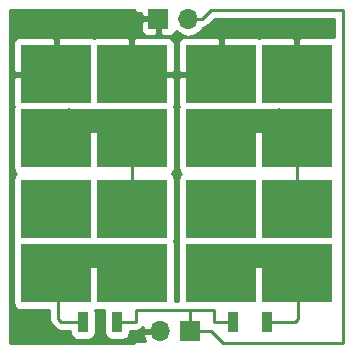
<source format=gbr>
G04 #@! TF.FileFunction,Copper,L1,Top,Signal*
%FSLAX46Y46*%
G04 Gerber Fmt 4.6, Leading zero omitted, Abs format (unit mm)*
G04 Created by KiCad (PCBNEW 4.0.5) date 04/17/17 16:51:10*
%MOMM*%
%LPD*%
G01*
G04 APERTURE LIST*
%ADD10C,0.100000*%
%ADD11R,1.700000X1.700000*%
%ADD12O,1.700000X1.700000*%
%ADD13R,0.900000X1.700000*%
%ADD14C,0.254000*%
%ADD15R,6.000000X5.000000*%
%ADD16R,0.900000X1.910000*%
%ADD17R,0.900000X1.730000*%
%ADD18R,1.440000X2.110000*%
%ADD19C,0.250000*%
%ADD20C,0.254000*%
G04 APERTURE END LIST*
D10*
D11*
X150233380Y-71079360D03*
D12*
X152773380Y-71079360D03*
D11*
X152908000Y-97536000D03*
D12*
X150368000Y-97536000D03*
D13*
X156538000Y-96774000D03*
X159438000Y-96774000D03*
X146738000Y-96774000D03*
X143838000Y-96774000D03*
D14*
X158115000Y-87630000D03*
X157480000Y-87630000D03*
X157480000Y-88265000D03*
X157480000Y-88900000D03*
X159385000Y-87630000D03*
X160020000Y-87630000D03*
X160020000Y-88265000D03*
X160020000Y-88900000D03*
X158115000Y-88265000D03*
X158115000Y-88900000D03*
X159385000Y-88265000D03*
X159385000Y-88900000D03*
D15*
X155550000Y-87211000D03*
X161950000Y-87211000D03*
D14*
X157734000Y-91567000D03*
X157734000Y-90932000D03*
X157734000Y-90297000D03*
X158115000Y-94615000D03*
X157353000Y-94615000D03*
X157353000Y-93980000D03*
X157353000Y-93345000D03*
X157353000Y-92710000D03*
X159385000Y-94615000D03*
X160147000Y-94615000D03*
X160147000Y-93980000D03*
X160147000Y-93345000D03*
X160147000Y-92710000D03*
X159766000Y-91567000D03*
X159766000Y-90932000D03*
X159766000Y-90297000D03*
X158115000Y-93980000D03*
X158115000Y-93345000D03*
X158115000Y-92710000D03*
X159385000Y-93980000D03*
X159385000Y-93345000D03*
X159385000Y-92710000D03*
X159131000Y-92202000D03*
X158369000Y-92202000D03*
X158369000Y-91567000D03*
X159131000Y-91567000D03*
X159131000Y-90932000D03*
D16*
X159400000Y-93196000D03*
D17*
X158100000Y-88846000D03*
D18*
X158750000Y-91186000D03*
D16*
X158100000Y-93196000D03*
D14*
X159131000Y-90297000D03*
X158369000Y-90297000D03*
X158369000Y-90932000D03*
D17*
X159400000Y-88846000D03*
D15*
X161950000Y-92631000D03*
X155550000Y-92631000D03*
D14*
X144145000Y-76200000D03*
X143510000Y-76200000D03*
X143510000Y-76835000D03*
X143510000Y-77470000D03*
X145415000Y-76200000D03*
X146050000Y-76200000D03*
X146050000Y-76835000D03*
X146050000Y-77470000D03*
X144145000Y-76835000D03*
X144145000Y-77470000D03*
X145415000Y-76835000D03*
X145415000Y-77470000D03*
D15*
X141580000Y-75781000D03*
X147980000Y-75781000D03*
D14*
X143764000Y-80137000D03*
X143764000Y-79502000D03*
X143764000Y-78867000D03*
X144145000Y-83185000D03*
X143383000Y-83185000D03*
X143383000Y-82550000D03*
X143383000Y-81915000D03*
X143383000Y-81280000D03*
X145415000Y-83185000D03*
X146177000Y-83185000D03*
X146177000Y-82550000D03*
X146177000Y-81915000D03*
X146177000Y-81280000D03*
X145796000Y-80137000D03*
X145796000Y-79502000D03*
X145796000Y-78867000D03*
X144145000Y-82550000D03*
X144145000Y-81915000D03*
X144145000Y-81280000D03*
X145415000Y-82550000D03*
X145415000Y-81915000D03*
X145415000Y-81280000D03*
X145161000Y-80772000D03*
X144399000Y-80772000D03*
X144399000Y-80137000D03*
X145161000Y-80137000D03*
X145161000Y-79502000D03*
D16*
X145430000Y-81766000D03*
D17*
X144130000Y-77416000D03*
D18*
X144780000Y-79756000D03*
D16*
X144130000Y-81766000D03*
D14*
X145161000Y-78867000D03*
X144399000Y-78867000D03*
X144399000Y-79502000D03*
D17*
X145430000Y-77416000D03*
D15*
X147980000Y-81201000D03*
X141580000Y-81201000D03*
D14*
X144145000Y-87630000D03*
X143510000Y-87630000D03*
X143510000Y-88265000D03*
X143510000Y-88900000D03*
X145415000Y-87630000D03*
X146050000Y-87630000D03*
X146050000Y-88265000D03*
X146050000Y-88900000D03*
X144145000Y-88265000D03*
X144145000Y-88900000D03*
X145415000Y-88265000D03*
X145415000Y-88900000D03*
D15*
X141580000Y-87211000D03*
X147980000Y-87211000D03*
D14*
X143764000Y-91567000D03*
X143764000Y-90932000D03*
X143764000Y-90297000D03*
X144145000Y-94615000D03*
X143383000Y-94615000D03*
X143383000Y-93980000D03*
X143383000Y-93345000D03*
X143383000Y-92710000D03*
X145415000Y-94615000D03*
X146177000Y-94615000D03*
X146177000Y-93980000D03*
X146177000Y-93345000D03*
X146177000Y-92710000D03*
X145796000Y-91567000D03*
X145796000Y-90932000D03*
X145796000Y-90297000D03*
X144145000Y-93980000D03*
X144145000Y-93345000D03*
X144145000Y-92710000D03*
X145415000Y-93980000D03*
X145415000Y-93345000D03*
X145415000Y-92710000D03*
X145161000Y-92202000D03*
X144399000Y-92202000D03*
X144399000Y-91567000D03*
X145161000Y-91567000D03*
X145161000Y-90932000D03*
D16*
X145430000Y-93196000D03*
D17*
X144130000Y-88846000D03*
D18*
X144780000Y-91186000D03*
D16*
X144130000Y-93196000D03*
D14*
X145161000Y-90297000D03*
X144399000Y-90297000D03*
X144399000Y-90932000D03*
D17*
X145430000Y-88846000D03*
D15*
X147980000Y-92631000D03*
X141580000Y-92631000D03*
D14*
X158115000Y-76200000D03*
X157480000Y-76200000D03*
X157480000Y-76835000D03*
X157480000Y-77470000D03*
X159385000Y-76200000D03*
X160020000Y-76200000D03*
X160020000Y-76835000D03*
X160020000Y-77470000D03*
X158115000Y-76835000D03*
X158115000Y-77470000D03*
X159385000Y-76835000D03*
X159385000Y-77470000D03*
D15*
X155550000Y-75781000D03*
X161950000Y-75781000D03*
D14*
X157734000Y-80137000D03*
X157734000Y-79502000D03*
X157734000Y-78867000D03*
X158115000Y-83185000D03*
X157353000Y-83185000D03*
X157353000Y-82550000D03*
X157353000Y-81915000D03*
X157353000Y-81280000D03*
X159385000Y-83185000D03*
X160147000Y-83185000D03*
X160147000Y-82550000D03*
X160147000Y-81915000D03*
X160147000Y-81280000D03*
X159766000Y-80137000D03*
X159766000Y-79502000D03*
X159766000Y-78867000D03*
X158115000Y-82550000D03*
X158115000Y-81915000D03*
X158115000Y-81280000D03*
X159385000Y-82550000D03*
X159385000Y-81915000D03*
X159385000Y-81280000D03*
X159131000Y-80772000D03*
X158369000Y-80772000D03*
X158369000Y-80137000D03*
X159131000Y-80137000D03*
X159131000Y-79502000D03*
D16*
X159400000Y-81766000D03*
D17*
X158100000Y-77416000D03*
D18*
X158750000Y-79756000D03*
D16*
X158100000Y-81766000D03*
D14*
X159131000Y-78867000D03*
X158369000Y-78867000D03*
X158369000Y-79502000D03*
D17*
X159400000Y-77416000D03*
D15*
X161950000Y-81201000D03*
X155550000Y-81201000D03*
D19*
X155550000Y-75867000D02*
X155550000Y-72746000D01*
X155448000Y-72644000D02*
X150098760Y-72644000D01*
X155550000Y-72746000D02*
X155448000Y-72644000D01*
X150233380Y-71079360D02*
X150233380Y-72509380D01*
X147980000Y-72746000D02*
X147980000Y-75740000D01*
X148082000Y-72644000D02*
X147980000Y-72746000D01*
X150098760Y-72644000D02*
X148082000Y-72644000D01*
X150233380Y-72509380D02*
X150098760Y-72644000D01*
X150233380Y-71079360D02*
X148884640Y-71079360D01*
X149098000Y-97536000D02*
X150368000Y-97536000D01*
X148082000Y-98552000D02*
X149098000Y-97536000D01*
X137668000Y-98552000D02*
X148082000Y-98552000D01*
X137668000Y-70358000D02*
X137668000Y-98552000D01*
X148163280Y-70358000D02*
X137668000Y-70358000D01*
X148884640Y-71079360D02*
X148163280Y-70358000D01*
X143838000Y-96774000D02*
X141986000Y-96774000D01*
X141732000Y-96520000D02*
X141732000Y-92783000D01*
X141986000Y-96774000D02*
X141732000Y-96520000D01*
X141732000Y-92783000D02*
X141580000Y-92631000D01*
X142060000Y-90935000D02*
X142580000Y-90415000D01*
X159438000Y-96774000D02*
X161798000Y-96774000D01*
X162052000Y-96520000D02*
X162052000Y-92733000D01*
X161798000Y-96774000D02*
X162052000Y-96520000D01*
X162052000Y-92733000D02*
X161950000Y-92631000D01*
X159946000Y-91419000D02*
X160950000Y-90415000D01*
X152908000Y-95758000D02*
X148336000Y-95758000D01*
X148336000Y-96774000D02*
X146738000Y-96774000D01*
X148336000Y-95758000D02*
X148336000Y-96774000D01*
X152908000Y-97536000D02*
X152908000Y-95758000D01*
X154940000Y-96774000D02*
X156538000Y-96774000D01*
X154940000Y-95758000D02*
X154940000Y-96774000D01*
X152908000Y-95758000D02*
X154940000Y-95758000D01*
X152908000Y-97536000D02*
X154686000Y-97536000D01*
X153924000Y-71120000D02*
X152814020Y-71120000D01*
X154686000Y-70358000D02*
X153924000Y-71120000D01*
X165862000Y-70358000D02*
X154686000Y-70358000D01*
X165862000Y-98552000D02*
X165862000Y-70358000D01*
X155702000Y-98552000D02*
X165862000Y-98552000D01*
X154686000Y-97536000D02*
X155702000Y-98552000D01*
X152814020Y-71120000D02*
X152773380Y-71079360D01*
X147980000Y-87170000D02*
X147980000Y-81201000D01*
X144130000Y-80281000D02*
X142580000Y-78731000D01*
X161950000Y-87170000D02*
X161950000Y-81201000D01*
X159400000Y-79773000D02*
X160442000Y-78731000D01*
D20*
G36*
X148748380Y-70793610D02*
X148907130Y-70952360D01*
X150106380Y-70952360D01*
X150106380Y-70932360D01*
X150360380Y-70932360D01*
X150360380Y-70952360D01*
X150380380Y-70952360D01*
X150380380Y-71206360D01*
X150360380Y-71206360D01*
X150360380Y-72405610D01*
X150519130Y-72564360D01*
X151209690Y-72564360D01*
X151443079Y-72467687D01*
X151621707Y-72289058D01*
X151693977Y-72114583D01*
X151723326Y-72158507D01*
X152205095Y-72480414D01*
X152773380Y-72593453D01*
X153341665Y-72480414D01*
X153823434Y-72158507D01*
X154022636Y-71860380D01*
X154214839Y-71822148D01*
X154461401Y-71657401D01*
X155000802Y-71118000D01*
X165102000Y-71118000D01*
X165102000Y-72656641D01*
X165076310Y-72646000D01*
X162235750Y-72646000D01*
X162077000Y-72804750D01*
X162077000Y-75654000D01*
X162097000Y-75654000D01*
X162097000Y-75908000D01*
X162077000Y-75908000D01*
X162077000Y-75928000D01*
X161823000Y-75928000D01*
X161823000Y-75908000D01*
X161803000Y-75908000D01*
X161803000Y-75654000D01*
X161823000Y-75654000D01*
X161823000Y-72804750D01*
X161664250Y-72646000D01*
X158823690Y-72646000D01*
X158750000Y-72676523D01*
X158676310Y-72646000D01*
X155835750Y-72646000D01*
X155677000Y-72804750D01*
X155677000Y-75654000D01*
X155697000Y-75654000D01*
X155697000Y-75908000D01*
X155677000Y-75908000D01*
X155677000Y-75928000D01*
X155423000Y-75928000D01*
X155423000Y-75908000D01*
X152073750Y-75908000D01*
X151915000Y-76066750D01*
X151915000Y-78407309D01*
X151946590Y-78483574D01*
X151902560Y-78701000D01*
X151902560Y-83701000D01*
X151946838Y-83936317D01*
X152085910Y-84152441D01*
X152163248Y-84205284D01*
X152098559Y-84246910D01*
X151953569Y-84459110D01*
X151902560Y-84711000D01*
X151902560Y-89711000D01*
X151943525Y-89928709D01*
X151902560Y-90131000D01*
X151902560Y-94998000D01*
X151627440Y-94998000D01*
X151627440Y-90131000D01*
X151586475Y-89913291D01*
X151627440Y-89711000D01*
X151627440Y-84711000D01*
X151583162Y-84475683D01*
X151444090Y-84259559D01*
X151366752Y-84206716D01*
X151431441Y-84165090D01*
X151576431Y-83952890D01*
X151627440Y-83701000D01*
X151627440Y-78701000D01*
X151585554Y-78478397D01*
X151615000Y-78407309D01*
X151615000Y-76066750D01*
X151456250Y-75908000D01*
X148107000Y-75908000D01*
X148107000Y-75928000D01*
X147853000Y-75928000D01*
X147853000Y-75908000D01*
X147833000Y-75908000D01*
X147833000Y-75654000D01*
X147853000Y-75654000D01*
X147853000Y-72804750D01*
X148107000Y-72804750D01*
X148107000Y-75654000D01*
X151456250Y-75654000D01*
X151615000Y-75495250D01*
X151615000Y-73154691D01*
X151915000Y-73154691D01*
X151915000Y-75495250D01*
X152073750Y-75654000D01*
X155423000Y-75654000D01*
X155423000Y-72804750D01*
X155264250Y-72646000D01*
X152423690Y-72646000D01*
X152190301Y-72742673D01*
X152011673Y-72921302D01*
X151915000Y-73154691D01*
X151615000Y-73154691D01*
X151518327Y-72921302D01*
X151339699Y-72742673D01*
X151106310Y-72646000D01*
X148265750Y-72646000D01*
X148107000Y-72804750D01*
X147853000Y-72804750D01*
X147694250Y-72646000D01*
X144853690Y-72646000D01*
X144780000Y-72676523D01*
X144706310Y-72646000D01*
X141865750Y-72646000D01*
X141707000Y-72804750D01*
X141707000Y-75654000D01*
X141727000Y-75654000D01*
X141727000Y-75908000D01*
X141707000Y-75908000D01*
X141707000Y-75928000D01*
X141453000Y-75928000D01*
X141453000Y-75908000D01*
X138103750Y-75908000D01*
X137945000Y-76066750D01*
X137945000Y-78407309D01*
X137976590Y-78483574D01*
X137932560Y-78701000D01*
X137932560Y-83701000D01*
X137976838Y-83936317D01*
X138115910Y-84152441D01*
X138193248Y-84205284D01*
X138128559Y-84246910D01*
X137983569Y-84459110D01*
X137932560Y-84711000D01*
X137932560Y-89711000D01*
X137973525Y-89928709D01*
X137932560Y-90131000D01*
X137932560Y-95131000D01*
X137976838Y-95366317D01*
X138115910Y-95582441D01*
X138328110Y-95727431D01*
X138580000Y-95778440D01*
X140972000Y-95778440D01*
X140972000Y-96520000D01*
X141029852Y-96810839D01*
X141194599Y-97057401D01*
X141448599Y-97311401D01*
X141695160Y-97476148D01*
X141986000Y-97534000D01*
X142740560Y-97534000D01*
X142740560Y-97624000D01*
X142784838Y-97859317D01*
X142923910Y-98075441D01*
X143136110Y-98220431D01*
X143388000Y-98271440D01*
X144288000Y-98271440D01*
X144523317Y-98227162D01*
X144739441Y-98088090D01*
X144884431Y-97875890D01*
X144935440Y-97624000D01*
X144935440Y-95924000D01*
X144905201Y-95763293D01*
X144980000Y-95778440D01*
X145670037Y-95778440D01*
X145640560Y-95924000D01*
X145640560Y-97624000D01*
X145684838Y-97859317D01*
X145823910Y-98075441D01*
X146036110Y-98220431D01*
X146288000Y-98271440D01*
X147188000Y-98271440D01*
X147423317Y-98227162D01*
X147639441Y-98088090D01*
X147784431Y-97875890D01*
X147835440Y-97624000D01*
X147835440Y-97534000D01*
X148336000Y-97534000D01*
X148626839Y-97476148D01*
X148873401Y-97311401D01*
X148942036Y-97208681D01*
X149047181Y-97409000D01*
X150241000Y-97409000D01*
X150241000Y-97389000D01*
X150495000Y-97389000D01*
X150495000Y-97409000D01*
X150515000Y-97409000D01*
X150515000Y-97663000D01*
X150495000Y-97663000D01*
X150495000Y-97683000D01*
X150241000Y-97683000D01*
X150241000Y-97663000D01*
X149047181Y-97663000D01*
X148926514Y-97892892D01*
X149141184Y-98350000D01*
X137870000Y-98350000D01*
X137870000Y-73154691D01*
X137945000Y-73154691D01*
X137945000Y-75495250D01*
X138103750Y-75654000D01*
X141453000Y-75654000D01*
X141453000Y-72804750D01*
X141294250Y-72646000D01*
X138453690Y-72646000D01*
X138220301Y-72742673D01*
X138041673Y-72921302D01*
X137945000Y-73154691D01*
X137870000Y-73154691D01*
X137870000Y-71365110D01*
X148748380Y-71365110D01*
X148748380Y-72055669D01*
X148845053Y-72289058D01*
X149023681Y-72467687D01*
X149257070Y-72564360D01*
X149947630Y-72564360D01*
X150106380Y-72405610D01*
X150106380Y-71206360D01*
X148907130Y-71206360D01*
X148748380Y-71365110D01*
X137870000Y-71365110D01*
X137870000Y-70560000D01*
X148748380Y-70560000D01*
X148748380Y-70793610D01*
X148748380Y-70793610D01*
G37*
X148748380Y-70793610D02*
X148907130Y-70952360D01*
X150106380Y-70952360D01*
X150106380Y-70932360D01*
X150360380Y-70932360D01*
X150360380Y-70952360D01*
X150380380Y-70952360D01*
X150380380Y-71206360D01*
X150360380Y-71206360D01*
X150360380Y-72405610D01*
X150519130Y-72564360D01*
X151209690Y-72564360D01*
X151443079Y-72467687D01*
X151621707Y-72289058D01*
X151693977Y-72114583D01*
X151723326Y-72158507D01*
X152205095Y-72480414D01*
X152773380Y-72593453D01*
X153341665Y-72480414D01*
X153823434Y-72158507D01*
X154022636Y-71860380D01*
X154214839Y-71822148D01*
X154461401Y-71657401D01*
X155000802Y-71118000D01*
X165102000Y-71118000D01*
X165102000Y-72656641D01*
X165076310Y-72646000D01*
X162235750Y-72646000D01*
X162077000Y-72804750D01*
X162077000Y-75654000D01*
X162097000Y-75654000D01*
X162097000Y-75908000D01*
X162077000Y-75908000D01*
X162077000Y-75928000D01*
X161823000Y-75928000D01*
X161823000Y-75908000D01*
X161803000Y-75908000D01*
X161803000Y-75654000D01*
X161823000Y-75654000D01*
X161823000Y-72804750D01*
X161664250Y-72646000D01*
X158823690Y-72646000D01*
X158750000Y-72676523D01*
X158676310Y-72646000D01*
X155835750Y-72646000D01*
X155677000Y-72804750D01*
X155677000Y-75654000D01*
X155697000Y-75654000D01*
X155697000Y-75908000D01*
X155677000Y-75908000D01*
X155677000Y-75928000D01*
X155423000Y-75928000D01*
X155423000Y-75908000D01*
X152073750Y-75908000D01*
X151915000Y-76066750D01*
X151915000Y-78407309D01*
X151946590Y-78483574D01*
X151902560Y-78701000D01*
X151902560Y-83701000D01*
X151946838Y-83936317D01*
X152085910Y-84152441D01*
X152163248Y-84205284D01*
X152098559Y-84246910D01*
X151953569Y-84459110D01*
X151902560Y-84711000D01*
X151902560Y-89711000D01*
X151943525Y-89928709D01*
X151902560Y-90131000D01*
X151902560Y-94998000D01*
X151627440Y-94998000D01*
X151627440Y-90131000D01*
X151586475Y-89913291D01*
X151627440Y-89711000D01*
X151627440Y-84711000D01*
X151583162Y-84475683D01*
X151444090Y-84259559D01*
X151366752Y-84206716D01*
X151431441Y-84165090D01*
X151576431Y-83952890D01*
X151627440Y-83701000D01*
X151627440Y-78701000D01*
X151585554Y-78478397D01*
X151615000Y-78407309D01*
X151615000Y-76066750D01*
X151456250Y-75908000D01*
X148107000Y-75908000D01*
X148107000Y-75928000D01*
X147853000Y-75928000D01*
X147853000Y-75908000D01*
X147833000Y-75908000D01*
X147833000Y-75654000D01*
X147853000Y-75654000D01*
X147853000Y-72804750D01*
X148107000Y-72804750D01*
X148107000Y-75654000D01*
X151456250Y-75654000D01*
X151615000Y-75495250D01*
X151615000Y-73154691D01*
X151915000Y-73154691D01*
X151915000Y-75495250D01*
X152073750Y-75654000D01*
X155423000Y-75654000D01*
X155423000Y-72804750D01*
X155264250Y-72646000D01*
X152423690Y-72646000D01*
X152190301Y-72742673D01*
X152011673Y-72921302D01*
X151915000Y-73154691D01*
X151615000Y-73154691D01*
X151518327Y-72921302D01*
X151339699Y-72742673D01*
X151106310Y-72646000D01*
X148265750Y-72646000D01*
X148107000Y-72804750D01*
X147853000Y-72804750D01*
X147694250Y-72646000D01*
X144853690Y-72646000D01*
X144780000Y-72676523D01*
X144706310Y-72646000D01*
X141865750Y-72646000D01*
X141707000Y-72804750D01*
X141707000Y-75654000D01*
X141727000Y-75654000D01*
X141727000Y-75908000D01*
X141707000Y-75908000D01*
X141707000Y-75928000D01*
X141453000Y-75928000D01*
X141453000Y-75908000D01*
X138103750Y-75908000D01*
X137945000Y-76066750D01*
X137945000Y-78407309D01*
X137976590Y-78483574D01*
X137932560Y-78701000D01*
X137932560Y-83701000D01*
X137976838Y-83936317D01*
X138115910Y-84152441D01*
X138193248Y-84205284D01*
X138128559Y-84246910D01*
X137983569Y-84459110D01*
X137932560Y-84711000D01*
X137932560Y-89711000D01*
X137973525Y-89928709D01*
X137932560Y-90131000D01*
X137932560Y-95131000D01*
X137976838Y-95366317D01*
X138115910Y-95582441D01*
X138328110Y-95727431D01*
X138580000Y-95778440D01*
X140972000Y-95778440D01*
X140972000Y-96520000D01*
X141029852Y-96810839D01*
X141194599Y-97057401D01*
X141448599Y-97311401D01*
X141695160Y-97476148D01*
X141986000Y-97534000D01*
X142740560Y-97534000D01*
X142740560Y-97624000D01*
X142784838Y-97859317D01*
X142923910Y-98075441D01*
X143136110Y-98220431D01*
X143388000Y-98271440D01*
X144288000Y-98271440D01*
X144523317Y-98227162D01*
X144739441Y-98088090D01*
X144884431Y-97875890D01*
X144935440Y-97624000D01*
X144935440Y-95924000D01*
X144905201Y-95763293D01*
X144980000Y-95778440D01*
X145670037Y-95778440D01*
X145640560Y-95924000D01*
X145640560Y-97624000D01*
X145684838Y-97859317D01*
X145823910Y-98075441D01*
X146036110Y-98220431D01*
X146288000Y-98271440D01*
X147188000Y-98271440D01*
X147423317Y-98227162D01*
X147639441Y-98088090D01*
X147784431Y-97875890D01*
X147835440Y-97624000D01*
X147835440Y-97534000D01*
X148336000Y-97534000D01*
X148626839Y-97476148D01*
X148873401Y-97311401D01*
X148942036Y-97208681D01*
X149047181Y-97409000D01*
X150241000Y-97409000D01*
X150241000Y-97389000D01*
X150495000Y-97389000D01*
X150495000Y-97409000D01*
X150515000Y-97409000D01*
X150515000Y-97663000D01*
X150495000Y-97663000D01*
X150495000Y-97683000D01*
X150241000Y-97683000D01*
X150241000Y-97663000D01*
X149047181Y-97663000D01*
X148926514Y-97892892D01*
X149141184Y-98350000D01*
X137870000Y-98350000D01*
X137870000Y-73154691D01*
X137945000Y-73154691D01*
X137945000Y-75495250D01*
X138103750Y-75654000D01*
X141453000Y-75654000D01*
X141453000Y-72804750D01*
X141294250Y-72646000D01*
X138453690Y-72646000D01*
X138220301Y-72742673D01*
X138041673Y-72921302D01*
X137945000Y-73154691D01*
X137870000Y-73154691D01*
X137870000Y-71365110D01*
X148748380Y-71365110D01*
X148748380Y-72055669D01*
X148845053Y-72289058D01*
X149023681Y-72467687D01*
X149257070Y-72564360D01*
X149947630Y-72564360D01*
X150106380Y-72405610D01*
X150106380Y-71206360D01*
X148907130Y-71206360D01*
X148748380Y-71365110D01*
X137870000Y-71365110D01*
X137870000Y-70560000D01*
X148748380Y-70560000D01*
X148748380Y-70793610D01*
M02*

</source>
